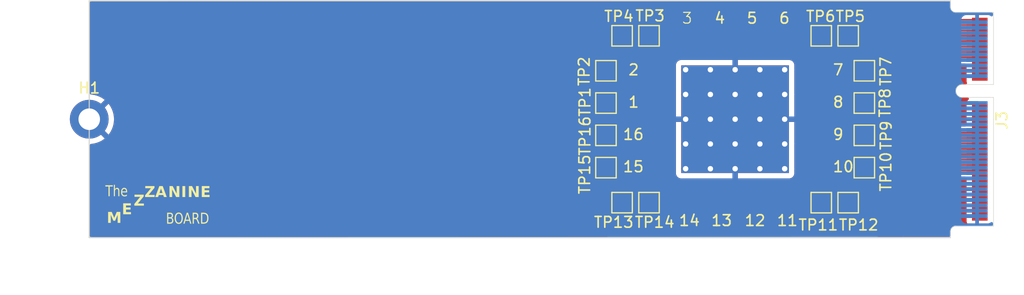
<source format=kicad_pcb>
(kicad_pcb (version 20221018) (generator pcbnew)
  (layers (0 "F.Cu" signal) (31 "B.Cu" signal) (34 "B.Paste" user) (35 "F.Paste" user) (36 "B.SilkS" user "B.Silkscreen") (37 "F.SilkS" user "F.Silkscreen") (38 "B.Mask" user) (39 "F.Mask" user) (44 "Edge.Cuts" user))
  (net 0 "")
  (net 1 "GND")
  (net 2 "/P16")
  (net 3 "/P15")
  (net 4 "/P14")
  (net 5 "/P13")
  (net 6 "/P12")
  (net 7 "/P11")
  (net 8 "/P10")
  (net 9 "/P9")
  (net 10 "/P8")
  (net 11 "/P7")
  (net 12 "/P6")
  (net 13 "/P5")
  (net 14 "/P4")
  (net 15 "/P3")
  (net 16 "/P2")
  (net 17 "/P1")
  (footprint "TestPoint:TestPoint_Pad_1.5x1.5mm" (layer "F.Cu") (at 69.5 23.25)
    (fp_text reference "TP4" (at -0.3 -1.8) (layer "F.SilkS"))
    (fp_text value "TestPoint")
    (fp_line (start -0.95 -0.95) (end 0.95 -0.95) (stroke (width 0.12)) (layer "F.SilkS"))
    (fp_line (start -0.95 0.95) (end -0.95 -0.95) (stroke (width 0.12)) (layer "F.SilkS"))
    (fp_line (start 0.95 -0.95) (end 0.95 0.95) (stroke (width 0.12)) (layer "F.SilkS"))
    (fp_line (start 0.95 0.95) (end -0.95 0.95) (stroke (width 0.12)) (layer "F.SilkS"))
    (pad "1" smd rect (at 0 0) (size 1.5 1.5) (layers "F.Cu" "F.Mask") (net 14 "/P4"))
  )
  (footprint "TestPoint:TestPoint_Pad_1.5x1.5mm" (layer "F.Cu") (at 72 23.25 180)
    (fp_text reference "TP3" (at -0.1 1.85 180) (layer "F.SilkS"))
    (fp_text value "TestPoint")
    (fp_line (start -0.95 -0.95) (end 0.95 -0.95) (stroke (width 0.12)) (layer "F.SilkS"))
    (fp_line (start -0.95 0.95) (end -0.95 -0.95) (stroke (width 0.12)) (layer "F.SilkS"))
    (fp_line (start 0.95 -0.95) (end 0.95 0.95) (stroke (width 0.12)) (layer "F.SilkS"))
    (fp_line (start 0.95 0.95) (end -0.95 0.95) (stroke (width 0.12)) (layer "F.SilkS"))
    (pad "1" smd rect (at 0 0 180) (size 1.5 1.5) (layers "F.Cu" "F.Mask") (net 15 "/P3"))
  )
  (footprint "TestPoint:TestPoint_Pad_1.5x1.5mm" (layer "F.Cu") (at 88 38.75)
    (fp_text reference "TP11" (at -0.275 2.075) (layer "F.SilkS"))
    (fp_text value "TestPoint")
    (fp_line (start -0.95 -0.95) (end 0.95 -0.95) (stroke (width 0.12)) (layer "F.SilkS"))
    (fp_line (start -0.95 0.95) (end -0.95 -0.95) (stroke (width 0.12)) (layer "F.SilkS"))
    (fp_line (start 0.95 -0.95) (end 0.95 0.95) (stroke (width 0.12)) (layer "F.SilkS"))
    (fp_line (start 0.95 0.95) (end -0.95 0.95) (stroke (width 0.12)) (layer "F.SilkS"))
    (pad "1" smd rect (at 0 0) (size 1.5 1.5) (layers "F.Cu" "F.Mask") (net 7 "/P11"))
  )
  (footprint "TestPoint:TestPoint_Pad_1.5x1.5mm" (layer "F.Cu") (at 68 32.5)
    (fp_text reference "TP16" (at -1.95 0.05 90) (layer "F.SilkS"))
    (fp_text value "TestPoint")
    (fp_line (start -0.95 -0.95) (end 0.95 -0.95) (stroke (width 0.12)) (layer "F.SilkS"))
    (fp_line (start -0.95 0.95) (end -0.95 -0.95) (stroke (width 0.12)) (layer "F.SilkS"))
    (fp_line (start 0.95 -0.95) (end 0.95 0.95) (stroke (width 0.12)) (layer "F.SilkS"))
    (fp_line (start 0.95 0.95) (end -0.95 0.95) (stroke (width 0.12)) (layer "F.SilkS"))
    (pad "1" smd rect (at 0 0) (size 1.5 1.5) (layers "F.Cu" "F.Mask") (net 2 "/P16"))
  )
  (footprint "TestPoint:TestPoint_Pad_1.5x1.5mm" (layer "F.Cu") (at 92 35.5)
    (fp_text reference "TP10" (at 2 0.375 90) (layer "F.SilkS"))
    (fp_text value "TestPoint")
    (fp_line (start -0.95 -0.95) (end 0.95 -0.95) (stroke (width 0.12)) (layer "F.SilkS"))
    (fp_line (start -0.95 0.95) (end -0.95 -0.95) (stroke (width 0.12)) (layer "F.SilkS"))
    (fp_line (start 0.95 -0.95) (end 0.95 0.95) (stroke (width 0.12)) (layer "F.SilkS"))
    (fp_line (start 0.95 0.95) (end -0.95 0.95) (stroke (width 0.12)) (layer "F.SilkS"))
    (pad "1" smd rect (at 0 0) (size 1.5 1.5) (layers "F.Cu" "F.Mask") (net 8 "/P10"))
  )
  (footprint "TestPoint:TestPoint_Pad_1.5x1.5mm" (layer "F.Cu") (at 72 38.75)
    (fp_text reference "TP14" (at 0.525 1.825) (layer "F.SilkS"))
    (fp_text value "TestPoint")
    (fp_line (start -0.95 -0.95) (end 0.95 -0.95) (stroke (width 0.12)) (layer "F.SilkS"))
    (fp_line (start -0.95 0.95) (end -0.95 -0.95) (stroke (width 0.12)) (layer "F.SilkS"))
    (fp_line (start 0.95 -0.95) (end 0.95 0.95) (stroke (width 0.12)) (layer "F.SilkS"))
    (fp_line (start 0.95 0.95) (end -0.95 0.95) (stroke (width 0.12)) (layer "F.SilkS"))
    (pad "1" smd rect (at 0 0) (size 1.5 1.5) (layers "F.Cu" "F.Mask") (net 4 "/P14"))
  )
  (footprint "Custom_Footprints:new_sillicon_die_footprint" (layer "F.Cu") (at 80 31)
    (fp_text reference "J1" hide)
    (fp_text value "Silicon-Die")
    (fp_text user "4" (at -2 -8.8 unlocked) (layer "F.SilkS") (effects (justify left bottom)))
    (fp_text user "10" (at 9 5 unlocked) (layer "F.SilkS") (effects (justify left bottom)))
    (fp_text user "13" (at -2.3 10 unlocked) (layer "F.SilkS") (effects (justify left bottom)))
    (fp_text user "2" (at -10 -4 unlocked) (layer "F.SilkS") (effects (justify left bottom)))
    (fp_text user "9" (at 9 2 unlocked) (layer "F.SilkS") (effects (justify left bottom)))
    (fp_text user "15" (at -10.5 5 unlocked) (layer "F.SilkS") (effects (justify left bottom)))
    (fp_text user "11" (at 3.8 10 unlocked) (layer "F.SilkS") (effects (justify left bottom)))
    (fp_text user "3" (at -5 -8.8 unlocked) (layer "F.SilkS") (effects (font (thickness 0.1)) (justify left bottom)))
    (fp_text user "14" (at -5.3 10 unlocked) (layer "F.SilkS") (effects (justify left bottom)))
    (fp_text user "6" (at 4 -8.8 unlocked) (layer "F.SilkS") (effects (justify left bottom)))
    (fp_text user "1" (at -10 -1 unlocked) (layer "F.SilkS") (effects (font (thickness 0.15) bold) (justify left bottom)))
    (fp_text user "12" (at 0.8 10 unlocked) (layer "F.SilkS") (effects (justify left bottom)))
    (fp_text user "7" (at 9 -4 unlocked) (layer "F.SilkS") (effects (justify left bottom)))
    (fp_text user "8" (at 9 -1 unlocked) (layer "F.SilkS") (effects (justify left bottom)))
    (fp_text user "5" (at 1 -8.8 unlocked) (layer "F.SilkS") (effects (justify left bottom)))
    (fp_text user "16" (at -10.5 2 unlocked) (layer "F.SilkS") (effects (justify left bottom)))
    (pad "1" smd rect (at -7.75 -1.5) (size 1.5 1) (layers "F.Cu" "F.Mask") (net 17 "/P1"))
    (pad "2" smd rect (at -7.75 -4.5) (size 1.5 1) (layers "F.Cu" "F.Mask") (net 16 "/P2"))
    (pad "3" smd rect (at -4.5 -7.75) (size 1 1.5) (layers "F.Cu" "F.Mask") (net 15 "/P3"))
    (pad "4" smd rect (at -1.5 -7.75) (size 1 1.5) (layers "F.Cu" "F.Mask") (net 14 "/P4"))
    (pad "5" smd rect (at 1.5 -7.75) (size 1 1.5) (layers "F.Cu" "F.Mask") (net 13 "/P5"))
    (pad "6" smd rect (at 4.5 -7.75) (size 1 1.5) (layers "F.Cu" "F.Mask") (net 12 "/P6"))
    (pad "7" smd rect (at 7.75 -4.5) (size 1.5 1) (layers "F.Cu" "F.Mask") (net 11 "/P7"))
    (pad "8" smd rect (at 7.75 -1.5) (size 1.5 1) (layers "F.Cu" "F.Mask") (net 10 "/P8"))
    (pad "9" smd rect (at 7.75 1.5) (size 1.5 1) (layers "F.Cu" "F.Mask") (net 9 "/P9"))
    (pad "10" smd rect (at 7.75 4.5) (size 1.5 1) (layers "F.Cu" "F.Mask") (net 8 "/P10"))
    (pad "11" smd rect (at 4.5 7.75) (size 1 1.5) (layers "F.Cu" "F.Mask") (net 7 "/P11"))
    (pad "12" smd rect (at 1.5 7.75) (size 1 1.5) (layers "F.Cu" "F.Mask") (net 6 "/P12"))
    (pad "13" smd rect (at -1.5 7.75) (size 1 1.5) (layers "F.Cu" "F.Mask") (net 5 "/P13"))
    (pad "14" smd rect (at -4.5 7.75) (size 1 1.5) (layers "F.Cu" "F.Mask") (net 4 "/P14"))
    (pad "15" smd rect (at -7.75 4.5) (size 1.5 1) (layers "F.Cu" "F.Mask") (net 3 "/P15"))
    (pad "16" smd rect (at -7.75 1.5) (size 1.5 1) (layers "F.Cu" "F.Mask") (net 2 "/P16"))
    (pad "17" thru_hole circle (at -4.6 -4.6) (size 0.8 0.8) (drill 0.5) (layers "*.Cu") (net 1 "GND"))
    (pad "17" thru_hole circle (at -4.6 -2.3) (size 0.8 0.8) (drill 0.5) (layers "*.Cu") (net 1 "GND"))
    (pad "17" thru_hole circle (at -4.6 0) (size 0.8 0.8) (drill 0.5) (layers "*.Cu") (net 1 "GND"))
    (pad "17" thru_hole circle (at -4.6 2.3) (size 0.8 0.8) (drill 0.5) (layers "*.Cu") (net 1 "GND"))
    (pad "17" thru_hole circle (at -4.6 4.6) (size 0.8 0.8) (drill 0.5) (layers "*.Cu") (net 1 "GND"))
    (pad "17" thru_hole circle (at -2.3 -4.6) (size 0.8 0.8) (drill 0.5) (layers "*.Cu") (net 1 "GND"))
    (pad "17" thru_hole circle (at -2.3 -2.3) (size 0.8 0.8) (drill 0.5) (layers "*.Cu") (net 1 "GND"))
    (pad "17" thru_hole circle (at -2.3 0) (size 0.8 0.8) (drill 0.5) (layers "*.Cu") (net 1 "GND"))
    (pad "17" thru_hole circle (at -2.3 2.3) (size 0.8 0.8) (drill 0.5) (layers "*.Cu") (net 1 "GND"))
    (pad "17" thru_hole circle (at -2.3 4.6) (size 0.8 0.8) (drill 0.5) (layers "*.Cu") (net 1 "GND"))
    (pad "17" thru_hole circle (at 0 -4.6) (size 0.8 0.8) (drill 0.5) (layers "*.Cu") (net 1 "GND"))
    (pad "17" thru_hole circle (at 0 -2.3) (size 0.8 0.8) (drill 0.5) (layers "*.Cu") (net 1 "GND"))
    (pad "17" thru_hole circle (at 0 0) (size 0.8 0.8) (drill 0.5) (layers "*.Cu") (net 1 "GND"))
    (pad "17" smd rect (at 0 0) (size 10 10) (layers "F.Cu" "B.Mask") (net 1 "GND"))
    (pad "17" smd rect (at 0 0) (size 10 10) (layers "F.Cu" "F.Mask") (net 1 "GND"))
    (pad "17" smd rect (at 0 0) (size 10 10) (layers "B.Cu") (net 1 "GND"))
    (pad "17" thru_hole circle (at 0 2.3) (size 0.8 0.8) (drill 0.5) (layers "*.Cu") (net 1 "GND"))
    (pad "17" thru_hole circle (at 0 4.6) (size 0.8 0.8) (drill 0.5) (layers "*.Cu") (net 1 "GND"))
    (pad "17" thru_hole circle (at 2.3 -4.6) (size 0.8 0.8) (drill 0.5) (layers "*.Cu") (net 1 "GND"))
    (pad "17" thru_hole circle (at 2.3 -2.3) (size 0.8 0.8) (drill 0.5) (layers "*.Cu") (net 1 "GND"))
    (pad "17" thru_hole circle (at 2.3 0) (size 0.8 0.8) (drill 0.5) (layers "*.Cu") (net 1 "GND"))
    (pad "17" thru_hole circle (at 2.3 2.3) (size 0.8 0.8) (drill 0.5) (layers "*.Cu") (net 1 "GND"))
    (pad "17" thru_hole circle (at 2.3 4.6) (size 0.8 0.8) (drill 0.5) (layers "*.Cu") (net 1 "GND"))
    (pad "17" thru_hole circle (at 4.6 -4.6) (size 0.8 0.8) (drill 0.5) (layers "*.Cu") (net 1 "GND"))
    (pad "17" thru_hole circle (at 4.6 -2.3) (size 0.8 0.8) (drill 0.5) (layers "*.Cu") (net 1 "GND"))
    (pad "17" thru_hole circle (at 4.6 0) (size 0.8 0.8) (drill 0.5) (layers "*.Cu") (net 1 "GND"))
    (pad "17" thru_hole circle (at 4.6 2.3) (size 0.8 0.8) (drill 0.5) (layers "*.Cu") (net 1 "GND"))
    (pad "17" thru_hole circle (at 4.6 4.6) (size 0.8 0.8) (drill 0.5) (layers "*.Cu") (net 1 "GND"))
  )
  (footprint "TestPoint:TestPoint_Pad_1.5x1.5mm" (layer "F.Cu") (at 68 35.5 90)
    (fp_text reference "TP15" (at -0.625 -1.975 90) (layer "F.SilkS"))
    (fp_text value "TestPoint")
    (fp_line (start -0.95 -0.95) (end 0.95 -0.95) (stroke (width 0.12)) (layer "F.SilkS"))
    (fp_line (start -0.95 0.95) (end -0.95 -0.95) (stroke (width 0.12)) (layer "F.SilkS"))
    (fp_line (start 0.95 -0.95) (end 0.95 0.95) (stroke (width 0.12)) (layer "F.SilkS"))
    (fp_line (start 0.95 0.95) (end -0.95 0.95) (stroke (width 0.12)) (layer "F.SilkS"))
    (pad "1" smd rect (at 0 0 90) (size 1.5 1.5) (layers "F.Cu" "F.Mask") (net 3 "/P15"))
  )
  (footprint "TestPoint:TestPoint_Pad_1.5x1.5mm" (layer "F.Cu") (at 92 26.5 -90)
    (fp_text reference "TP7" (at 0.05 -2 90) (layer "F.SilkS"))
    (fp_text value "TestPoint")
    (fp_line (start -0.95 -0.95) (end 0.95 -0.95) (stroke (width 0.12)) (layer "F.SilkS"))
    (fp_line (start -0.95 0.95) (end -0.95 -0.95) (stroke (width 0.12)) (layer "F.SilkS"))
    (fp_line (start 0.95 -0.95) (end 0.95 0.95) (stroke (width 0.12)) (layer "F.SilkS"))
    (fp_line (start 0.95 0.95) (end -0.95 0.95) (stroke (width 0.12)) (layer "F.SilkS"))
    (pad "1" smd rect (at 0 0 270) (size 1.5 1.5) (layers "F.Cu" "F.Mask") (net 11 "/P7"))
  )
  (footprint "TestPoint:TestPoint_Pad_1.5x1.5mm" (layer "F.Cu") (at 69.5 38.75)
    (fp_text reference "TP13" (at -0.775 1.825) (layer "F.SilkS"))
    (fp_text value "TestPoint")
    (fp_line (start -0.95 -0.95) (end 0.95 -0.95) (stroke (width 0.12)) (layer "F.SilkS"))
    (fp_line (start -0.95 0.95) (end -0.95 -0.95) (stroke (width 0.12)) (layer "F.SilkS"))
    (fp_line (start 0.95 -0.95) (end 0.95 0.95) (stroke (width 0.12)) (layer "F.SilkS"))
    (fp_line (start 0.95 0.95) (end -0.95 0.95) (stroke (width 0.12)) (layer "F.SilkS"))
    (pad "1" smd rect (at 0 0) (size 1.5 1.5) (layers "F.Cu" "F.Mask") (net 5 "/P13"))
  )
  (footprint "TestPoint:TestPoint_Pad_1.5x1.5mm" (layer "F.Cu") (at 90.5 23.25 180)
    (fp_text reference "TP5" (at -0.2 1.8 180) (layer "F.SilkS"))
    (fp_text value "TestPoint")
    (fp_line (start -0.95 -0.95) (end 0.95 -0.95) (stroke (width 0.12)) (layer "F.SilkS"))
    (fp_line (start -0.95 0.95) (end -0.95 -0.95) (stroke (width 0.12)) (layer "F.SilkS"))
    (fp_line (start 0.95 -0.95) (end 0.95 0.95) (stroke (width 0.12)) (layer "F.SilkS"))
    (fp_line (start 0.95 0.95) (end -0.95 0.95) (stroke (width 0.12)) (layer "F.SilkS"))
    (pad "1" smd rect (at 0 0 180) (size 1.5 1.5) (layers "F.Cu" "F.Mask") (net 13 "/P5"))
  )
  (footprint "TestPoint:TestPoint_Pad_1.5x1.5mm" (layer "F.Cu") (at 68 26.5)
    (fp_text reference "TP2" (at -2.025 0.05 90) (layer "F.SilkS"))
    (fp_text value "TestPoint")
    (fp_line (start -0.95 -0.95) (end 0.95 -0.95) (stroke (width 0.12)) (layer "F.SilkS"))
    (fp_line (start -0.95 0.95) (end -0.95 -0.95) (stroke (width 0.12)) (layer "F.SilkS"))
    (fp_line (start 0.95 -0.95) (end 0.95 0.95) (stroke (width 0.12)) (layer "F.SilkS"))
    (fp_line (start 0.95 0.95) (end -0.95 0.95) (stroke (width 0.12)) (layer "F.SilkS"))
    (pad "1" smd rect (at 0 0) (size 1.5 1.5) (layers "F.Cu" "F.Mask") (net 16 "/P2"))
  )
  (footprint "TestPoint:TestPoint_Pad_1.5x1.5mm" (layer "F.Cu") (at 68 29.5 90)
    (fp_text reference "TP1" (at 0.1 -1.95 90) (layer "F.SilkS"))
    (fp_text value "TestPoint")
    (fp_line (start -0.95 -0.95) (end 0.95 -0.95) (stroke (width 0.12)) (layer "F.SilkS"))
    (fp_line (start -0.95 0.95) (end -0.95 -0.95) (stroke (width 0.12)) (layer "F.SilkS"))
    (fp_line (start 0.95 -0.95) (end 0.95 0.95) (stroke (width 0.12)) (layer "F.SilkS"))
    (fp_line (start 0.95 0.95) (end -0.95 0.95) (stroke (width 0.12)) (layer "F.SilkS"))
    (pad "1" smd rect (at 0 0 90) (size 1.5 1.5) (layers "F.Cu" "F.Mask") (net 17 "/P1"))
  )
  (footprint "TestPoint:TestPoint_Pad_1.5x1.5mm" (layer "F.Cu") (at 90.5 38.75)
    (fp_text reference "TP12" (at 0.975 2.075) (layer "F.SilkS"))
    (fp_text value "TestPoint")
    (fp_line (start -0.95 -0.95) (end 0.95 -0.95) (stroke (width 0.12)) (layer "F.SilkS"))
    (fp_line (start -0.95 0.95) (end -0.95 -0.95) (stroke (width 0.12)) (layer "F.SilkS"))
    (fp_line (start 0.95 -0.95) (end 0.95 0.95) (stroke (width 0.12)) (layer "F.SilkS"))
    (fp_line (start 0.95 0.95) (end -0.95 0.95) (stroke (width 0.12)) (layer "F.SilkS"))
    (pad "1" smd rect (at 0 0) (size 1.5 1.5) (layers "F.Cu" "F.Mask") (net 6 "/P12"))
  )
  (footprint "TestPoint:TestPoint_Pad_1.5x1.5mm" (layer "F.Cu") (at 88 23.25)
    (fp_text reference "TP6" (at -0.05 -1.8) (layer "F.SilkS"))
    (fp_text value "TestPoint")
    (fp_line (start -0.95 -0.95) (end 0.95 -0.95) (stroke (width 0.12)) (layer "F.SilkS"))
    (fp_line (start -0.95 0.95) (end -0.95 -0.95) (stroke (width 0.12)) (layer "F.SilkS"))
    (fp_line (start 0.95 -0.95) (end 0.95 0.95) (stroke (width 0.12)) (layer "F.SilkS"))
    (fp_line (start 0.95 0.95) (end -0.95 0.95) (stroke (width 0.12)) (layer "F.SilkS"))
    (pad "1" smd rect (at 0 0) (size 1.5 1.5) (layers "F.Cu" "F.Mask") (net 12 "/P6"))
  )
  (footprint "TestPoint:TestPoint_Pad_1.5x1.5mm" (layer "F.Cu") (at 92 29.5)
    (fp_text reference "TP8" (at 1.925 -0.025 90) (layer "F.SilkS"))
    (fp_text value "TestPoint")
    (fp_line (start -0.95 -0.95) (end 0.95 -0.95) (stroke (width 0.12)) (layer "F.SilkS"))
    (fp_line (start -0.95 0.95) (end -0.95 -0.95) (stroke (width 0.12)) (layer "F.SilkS"))
    (fp_line (start 0.95 -0.95) (end 0.95 0.95) (stroke (width 0.12)) (layer "F.SilkS"))
    (fp_line (start 0.95 0.95) (end -0.95 0.95) (stroke (width 0.12)) (layer "F.SilkS"))
    (pad "1" smd rect (at 0 0) (size 1.5 1.5) (layers "F.Cu" "F.Mask") (net 10 "/P8"))
  )
  (footprint "TestPoint:TestPoint_Pad_1.5x1.5mm" (layer "F.Cu") (at 92 32.5 -90)
    (fp_text reference "TP9" (at 0 -2.025 -90) (layer "F.SilkS"))
    (fp_text value "TestPoint")
    (fp_line (start -0.95 -0.95) (end 0.95 -0.95) (stroke (width 0.12)) (layer "F.SilkS"))
    (fp_line (start -0.95 0.95) (end -0.95 -0.95) (stroke (width 0.12)) (layer "F.SilkS"))
    (fp_line (start 0.95 -0.95) (end 0.95 0.95) (stroke (width 0.12)) (layer "F.SilkS"))
    (fp_line (start 0.95 0.95) (end -0.95 0.95) (stroke (width 0.12)) (layer "F.SilkS"))
    (pad "1" smd rect (at 0 0 270) (size 1.5 1.5) (layers "F.Cu" "F.Mask") (net 9 "/P9"))
  )
  (footprint "Custom_Footprints:E-Key_Edge" (layer "F.Cu") (at 104 31 90)
    (fp_text reference "J3" (at -0.1 0.775 90) (layer "F.SilkS"))
    (fp_text value "E-Edge")
    (fp_line (start -11 -4) (end -10.425 -4) (stroke (width 0.05)) (layer "Edge.Cuts"))
    (fp_line (start -9.925 -3.5) (end -9.925 0) (stroke (width 0.05)) (layer "Edge.Cuts"))
    (fp_line (start -9.925 0) (end 0 0) (stroke (width 0.05)) (layer "Edge.Cuts"))
    (fp_line (start 0 0) (end 2.025 0) (stroke (width 0.05)) (layer "Edge.Cuts"))
    (fp_line (start 2.025 0) (end 2.025 -2.9) (stroke (width 0.05)) (layer "Edge.Cuts"))
    (fp_line (start 3.225 -2.9) (end 3.225 0) (stroke (width 0.05)) (layer "Edge.Cuts"))
    (fp_line (start 3.225 0) (end 9.925 0) (stroke (width 0.05)) (layer "Edge.Cuts"))
    (fp_line (start 9.925 0) (end 9.925 -3.5) (stroke (width 0.05)) (layer "Edge.Cuts"))
    (fp_line (start 10.425 -4) (end 11 -4) (stroke (width 0.05)) (layer "Edge.Cuts"))
    (fp_arc (start -10.425 -4) (mid -10.071447 -3.853553) (end -9.925 -3.5) (stroke (width 0.05)) (layer "Edge.Cuts"))
    (fp_arc (start 2.025 -2.9) (mid 2.625 -3.5) (end 3.225 -2.9) (stroke (width 0.05)) (layer "Edge.Cuts"))
    (fp_arc (start 9.925 -3.5) (mid 10.071447 -3.853553) (end 10.425 -4) (stroke (width 0.05)) (layer "Edge.Cuts"))
    (pad "1" smd rect (at 9.25 -1.275 90) (size 0.35 1.45) (layers "F.Cu") (net 17 "/P1"))
    (pad "2" smd rect (at 9 -1.525 90) (size 0.35 1.95) (layers "B.Cu") (net 1 "GND"))
    (pad "3" smd rect (at 8.75 -1.275 90) (size 0.35 1.45) (layers "F.Cu") (net 16 "/P2"))
    (pad "4" smd rect (at 8.5 -1.525 90) (size 0.35 1.95) (layers "B.Cu") (net 1 "GND"))
    (pad "5" smd rect (at 8.25 -1.275 90) (size 0.35 1.45) (layers "F.Cu") (net 15 "/P3"))
    (pad "6" smd rect (at 8 -1.525 90) (size 0.35 1.95) (layers "B.Cu") (net 1 "GND"))
    (pad "7" smd rect (at 7.75 -1.275 90) (size 0.35 1.45) (layers "F.Cu") (net 14 "/P4"))
    (pad "8" smd rect (at 7.5 -1.525 90) (size 0.35 1.95) (layers "B.Cu") (net 1 "GND"))
    (pad "9" smd rect (at 7.25 -1.275 90) (size 0.35 1.45) (layers "F.Cu") (net 13 "/P5"))
    (pad "10" smd rect (at 7 -1.525 90) (size 0.35 1.95) (layers "B.Cu") (net 1 "GND"))
    (pad "11" smd rect (at 6.75 -1.275 90) (size 0.35 1.45) (layers "F.Cu") (net 12 "/P6"))
    (pad "12" smd rect (at 6.5 -1.525 90) (size 0.35 1.95) (layers "B.Cu") (net 1 "GND"))
    (pad "13" smd rect (at 6.25 -1.275 90) (size 0.35 1.45) (layers "F.Cu") (net 11 "/P7"))
    (pad "14" smd rect (at 6 -1.525 90) (size 0.35 1.95) (layers "B.Cu") (net 1 "GND"))
    (pad "15" smd rect (at 5.75 -1.275 90) (size 0.35 1.45) (layers "F.Cu") (net 10 "/P8"))
    (pad "16" smd rect (at 5.5 -1.525 90) (size 0.35 1.95) (layers "B.Cu") (net 1 "GND"))
    (pad "17" smd rect (at 5.25 -1.275 90) (size 0.35 1.45) (layers "F.Cu"))
    (pad "18" smd rect (at 5 -1.525 90) (size 0.35 1.95) (layers "B.Cu") (net 1 "GND"))
    (pad "19" smd rect (at 4.75 -1.275 90) (size 0.35 1.45) (layers "F.Cu"))
    (pad "20" smd rect (at 4.5 -1.525 90) (size 0.35 1.95) (layers "B.Cu") (net 1 "GND"))
    (pad "21" smd rect (at 4.25 -1.275 90) (size 0.35 1.45) (layers "F.Cu"))
    (pad "22" smd rect (at 4 -1.525 90) (size 0.35 1.95) (layers "B.Cu") (net 1 "GND"))
    (pad "23" smd rect (at 3.75 -1.275 90) (size 0.35 1.45) (layers "F.Cu"))
    (pad "32" smd rect (at 1.5 -1.525 90) (size 0.35 1.95) (layers "B.Cu") (net 1 "GND"))
    (pad "33" smd rect (at 1.25 -1.275 90) (size 0.35 1.45) (layers "F.Cu"))
    (pad "34" smd rect (at 1 -1.525 90) (size 0.35 1.95) (layers "B.Cu") (net 1 "GND"))
    (pad "35" smd rect (at 0.75 -1.275 90) (size 0.35 1.45) (layers "F.Cu"))
    (pad "36" smd rect (at 0.5 -1.525 90) (size 0.35 1.95) (layers "B.Cu") (net 1 "GND"))
    (pad "37" smd rect (at 0.25 -1.275 90) (size 0.35 1.45) (layers "F.Cu"))
    (pad "38" smd rect (at 0 -1.525 90) (size 0.35 1.95) (layers "B.Cu") (net 1 "GND"))
    (pad "39" smd rect (at -0.25 -1.275 90) (size 0.35 1.45) (layers "F.Cu"))
    (pad "40" smd rect (at -0.5 -1.525 90) (size 0.35 1.95) (layers "B.Cu") (net 1 "GND"))
    (pad "41" smd rect (at -0.75 -1.275 90) (size 0.35 1.45) (layers "F.Cu"))
    (pad "42" smd rect (at -1 -1.525 90) (size 0.35 1.95) (layers "B.Cu") (net 1 "GND"))
    (pad "43" smd rect (at -1.25 -1.275 90) (size 0.35 1.45) (layers "F.Cu") (net 9 "/P9"))
    (pad "44" smd rect (at -1.5 -1.525 90) (size 0.35 1.95) (layers "B.Cu") (net 1 "GND"))
    (pad "45" smd rect (at -1.75 -1.275 90) (size 0.35 1.45) (layers "F.Cu") (net 8 "/P10"))
    (pad "46" smd rect (at -2 -1.525 90) (size 0.35 1.95) (layers "B.Cu") (net 1 "GND"))
    (pad "47" smd rect (at -2.25 -1.275 90) (size 0.35 1.45) (layers "F.Cu") (net 7 "/P11"))
    (pad "48" smd rect (at -2.5 -1.525 90) (size 0.35 1.95) (layers "B.Cu") (net 1 "GND"))
    (pad "49" smd rect (at -2.75 -1.275 90) (size 0.35 1.45) (layers "F.Cu") (net 6 "/P12"))
    (pad "50" smd rect (at -3 -1.525 90) (size 0.35 1.95) (layers "B.Cu") (net 1 "GND"))
    (pad "51" smd rect (at -3.25 -1.275 90) (size 0.35 1.45) (layers "F.Cu") (net 5 "/P13"))
    (pad "52" smd rect (at -3.5 -1.525 90) (size 0.35 1.95) (layers "B.Cu") (net 1 "GND"))
    (pad "53" smd rect (at -3.75 -1.275 90) (size 0.35 1.45) (layers "F.Cu") (net 4 "/P14"))
    (pad "54" smd rect (at -4 -1.525 90) (size 0.35 1.95) (layers "B.Cu") (net 1 "GND"))
    (pad "55" smd rect (at -4.25 -1.275 90) (size 0.35 1.45) (layers "F.Cu") (net 3 "/P15"))
    (pad "56" smd rect (at -4.5 -1.525 90) (size 0.35 1.95) (layers "B.Cu") (net 1 "GND"))
    (pad "57" smd rect (at -4.75 -1.275 90) (size 0.35 1.45) (layers "F.Cu") (net 2 "/P16"))
    (pad "58" smd rect (at -5 -1.525 90) (size 0.35 1.95) (layers "B.Cu") (net 1 "GND"))
    (pad "59" smd rect (at -5.25 -1.275 90) (size 0.35 1.45) (layers "F.Cu"))
    (pad "60" smd rect (at -5.5 -1.525 90) (size 0.35 1.95) (layers "B.Cu") (net 1 "GND"))
    (pad "61" smd rect (at -5.75 -1.275 90) (size 0.35 1.45) (layers "F.Cu"))
    (pad "62" smd rect (at -6 -1.525 90) (size 0.35 1.95) (layers "B.Cu") (net 1 "GND"))
    (pad "63" smd rect (at -6.25 -1.275 90) (size 0.35 1.45) (layers "F.Cu"))
    (pad "64" smd rect (at -6.5 -1.525 90) (size 0.35 1.95) (layers "B.Cu") (net 1 "GND"))
    (pad "65" smd rect (at -6.75 -1.275 90) (size 0.35 1.45) (layers "F.Cu"))
    (pad "66" smd rect (at -7 -1.525 90) (size 0.35 1.95) (layers "B.Cu") (net 1 "GND"))
    (pad "67" smd rect (at -7.25 -1.275 90) (size 0.35 1.45) (layers "F.Cu"))
    (pad "68" smd rect (at -7.5 -1.525 90) (size 0.35 1.95) (layers "B.Cu") (net 1 "GND"))
    (pad "69" smd rect (at -7.75 -1.275 90) (size 0.35 1.45) (layers "F.Cu"))
    (pad "70" smd rect (at -8 -1.525 90) (size 0.35 1.95) (layers "B.Cu") (net 1 "GND"))
    (pad "71" smd rect (at -8.25 -1.275 90) (size 0.35 1.45) (layers "F.Cu"))
    (pad "72" smd rect (at -8.5 -1.525 90) (size 0.35 1.95) (layers "B.Cu") (net 1 "GND"))
    (pad "73" smd rect (at -8.75 -1.275 90) (size 0.35 1.45) (layers "F.Cu"))
    (pad "74" smd rect (at -9 -1.525 90) (size 0.35 1.95) (layers "B.Cu") (net 1 "GND"))
    (pad "75" smd rect (at -9.25 -1.275 90) (size 0.35 1.45) (layers "F.Cu"))
  )
  (footprint "Custom_Footprints:MH_2mm" (layer "F.Cu") (at 20 31)
    (fp_text reference "H1" (at 0 -2.9) (layer "F.SilkS"))
    (fp_text value "MountingHole_Pad")
    (pad "1" thru_hole circle (at 0 0) (size 3.6 3.6) (drill 2) (layers "*.Cu" "*.Mask") (net 1 "GND"))
  )
  (gr_line (start 100 42) (end 20 42) (stroke (width 0.1)) (layer "Edge.Cuts"))
  (gr_line (start 100 20) (end 20 20) (stroke (width 0.1)) (layer "Edge.Cuts"))
  (gr_line (start 20 20) (end 20 42) (stroke (width 0.1)) (layer "Edge.Cuts"))
  (gr_text "I" (at 28.525 38.4) (layer "F.SilkS") (effects (font (size 1 1) (thickness 0.15) bold) (justify left bottom)))
  (gr_text "A" (at 26.125 38.4) (layer "F.SilkS") (effects (font (size 1 1) (thickness 0.15) bold) (justify left bottom)))
  (gr_text "Z" (at 25.125 38.4) (layer "F.SilkS") (effects (font (size 1 1) (thickness 0.15) bold) (justify left bottom)))
  (gr_text "E" (at 30.325 38.4) (layer "F.SilkS") (effects (font (size 1 1) (thickness 0.15) bold) (justify left bottom)))
  (gr_text "N" (at 27.325 38.4) (layer "F.SilkS") (effects (font (size 1 1) (thickness 0.15) bold) (justify left bottom)))
  (gr_text "M" (at 21.625 40.8) (layer "F.SilkS") (effects (font (size 1 1) (thickness 0.15) bold) (justify left bottom)))
  (gr_text "The" (at 21.5 38.325) (layer "F.SilkS") (effects (font (size 1 0.8) (thickness 0.125) italic) (justify left bottom)))
  (gr_text "N" (at 29.125 38.4) (layer "F.SilkS") (effects (font (size 1 1) (thickness 0.15) bold) (justify left bottom)))
  (gr_text "E" (at 23.025 40) (layer "F.SilkS") (effects (font (size 1 1) (thickness 0.15) bold) (justify left bottom)))
  (gr_text "BOARD" (at 27.125 40.875) (layer "F.SilkS") (effects (font (size 1 0.8) (thickness 0.125) italic) (justify left bottom)))
  (gr_text "Z" (at 24.125 39.2) (layer "F.SilkS") (effects (font (size 1 1) (thickness 0.15) bold) (justify left bottom)))
  (segment (start 66.9325 33.5275) (end 66.9325 36.5175) (width 0.127) (layer "F.Cu") (net 2))
  (segment (start 68 32.46) (end 66.9325 33.5275) (width 0.127) (layer "F.Cu") (net 2))
  (segment (start 66.9825 39.7325) (end 68.5915 41.3415) (width 0.127) (layer "F.Cu") (net 2))
  (segment (start 72.25 32.5) (end 72.21 32.46) (width 0.127) (layer "F.Cu") (net 2))
  (segment (start 66.9825 36.5675) (end 66.9825 39.7325) (width 0.127) (layer "F.Cu") (net 2))
  (segment (start 66.9325 36.5175) (end 66.9825 36.5675) (width 0.127) (layer "F.Cu") (net 2))
  (segment (start 68.5915 41.3415) (end 92.7585 41.3415) (width 0.127) (layer "F.Cu") (net 2))
  (segment (start 92.7585 41.3415) (end 98.35 35.75) (width 0.127) (layer "F.Cu") (net 2))
  (segment (start 72.21 32.46) (end 68 32.46) (width 0.127) (layer "F.Cu") (net 2))
  (segment (start 98.35 35.75) (end 102.725 35.75) (width 0.127) (layer "F.Cu") (net 2))
  (segment (start 97.9 35.25) (end 102.725 35.25) (width 0.127) (layer "F.Cu") (net 3))
  (segment (start 69.1605 40.9605) (end 92.1895 40.9605) (width 0.127) (layer "F.Cu") (net 3))
  (segment (start 68 35.5) (end 68 39.8) (width 0.127) (layer "F.Cu") (net 3))
  (segment (start 72.25 35.5) (end 68 35.5) (width 0.127) (layer "F.Cu") (net 3))
  (segment (start 68 39.8) (end 69.1605 40.9605) (width 0.127) (layer "F.Cu") (net 3))
  (segment (start 92.1895 40.9605) (end 97.9 35.25) (width 0.127) (layer "F.Cu") (net 3))
  (segment (start 97.475 34.75) (end 102.725 34.75) (width 0.127) (layer "F.Cu") (net 4))
  (segment (start 75.5 38.75) (end 77.3295 40.5795) (width 0.127) (layer "F.Cu") (net 4))
  (segment (start 77.3295 40.5795) (end 91.6455 40.5795) (width 0.127) (layer "F.Cu") (net 4))
  (segment (start 72 38.75) (end 75.5 38.75) (width 0.127) (layer "F.Cu") (net 4))
  (segment (start 75.25 39) (end 75.5 38.75) (width 0.127) (layer "F.Cu") (net 4))
  (segment (start 91.6455 40.5795) (end 97.475 34.75) (width 0.127) (layer "F.Cu") (net 4))
  (segment (start 77.2325 37.4825) (end 78.5 38.75) (width 0.127) (layer "F.Cu") (net 5))
  (segment (start 97.075 34.25) (end 102.725 34.25) (width 0.127) (layer "F.Cu") (net 5))
  (segment (start 69.5 38.75) (end 70.7675 37.4825) (width 0.127) (layer "F.Cu") (net 5))
  (segment (start 70.7675 37.4825) (end 70.85 37.4825) (width 0.127) (layer "F.Cu") (net 5))
  (segment (start 78.5 38.75) (end 79.9485 40.1985) (width 0.127) (layer "F.Cu") (net 5))
  (segment (start 70.85 37.4825) (end 77.2325 37.4825) (width 0.127) (layer "F.Cu") (net 5))
  (segment (start 79.9485 40.1985) (end 91.1265 40.1985) (width 0.127) (layer "F.Cu") (net 5))
  (segment (start 91.1265 40.1985) (end 97.075 34.25) (width 0.127) (layer "F.Cu") (net 5))
  (segment (start 89.4325 39.8175) (end 90.5 38.75) (width 0.127) (layer "F.Cu") (net 6))
  (segment (start 91.775 38.75) (end 96.775 33.75) (width 0.127) (layer "F.Cu") (net 6))
  (segment (start 81.5 38.75) (end 82.5675 39.8175) (width 0.127) (layer "F.Cu") (net 6))
  (segment (start 96.775 33.75) (end 102.725 33.75) (width 0.127) (layer "F.Cu") (net 6))
  (segment (start 90.5 38.75) (end 91.775 38.75) (width 0.127) (layer "F.Cu") (net 6))
  (segment (start 82.5675 39.8175) (end 89.4325 39.8175) (width 0.127) (layer "F.Cu") (net 6))
  (segment (start 87.75 38.75) (end 88 38.5) (width 0.127) (layer "F.Cu") (net 7))
  (segment (start 88 38.75) (end 89.625 37.125) (width 0.127) (layer "F.Cu") (net 7))
  (segment (start 89.625 37.125) (end 92.525 37.125) (width 0.127) (layer "F.Cu") (net 7))
  (segment (start 84.5 38.75) (end 88 38.75) (width 0.127) (layer "F.Cu") (net 7))
  (segment (start 92.525 37.125) (end 96.4 33.25) (width 0.127) (layer "F.Cu") (net 7))
  (segment (start 96.4 33.25) (end 102.725 33.25) (width 0.127) (layer "F.Cu") (net 7))
  (segment (start 87.75 35.5) (end 92 35.5) (width 0.127) (layer "F.Cu") (net 8))
  (segment (start 92 35.04) (end 92 35.5) (width 0.127) (layer "F.Cu") (net 8))
  (segment (start 94.75 32.75) (end 102.725 32.75) (width 0.127) (layer "F.Cu") (net 8))
  (segment (start 92 35.5) (end 94.75 32.75) (width 0.127) (layer "F.Cu") (net 8))
  (segment (start 91.54 35.5) (end 92 35.04) (width 0.127) (layer "F.Cu") (net 8))
  (segment (start 92 32.5) (end 92.25 32.25) (width 0.127) (layer "F.Cu") (net 9))
  (segment (start 92.25 32.25) (end 102.725 32.25) (width 0.127) (layer "F.Cu") (net 9))
  (segment (start 87.75 32.5) (end 92 32.5) (width 0.127) (layer "F.Cu") (net 9))
  (segment (start 96.25 25.25) (end 102.725 25.25) (width 0.127) (layer "F.Cu") (net 10))
  (segment (start 92 29.5) (end 96.25 25.25) (width 0.127) (layer "F.Cu") (net 10))
  (segment (start 87.75 29.5) (end 92 29.5) (width 0.127) (layer "F.Cu") (net 10))
  (segment (start 92 26.5) (end 93.75 24.75) (width 0.127) (layer "F.Cu") (net 11))
  (segment (start 87.75 26.5) (end 92 26.5) (width 0.127) (layer "F.Cu") (net 11))
  (segment (start 93.75 24.75) (end 102.725 24.75) (width 0.127) (layer "F.Cu") (net 11))
  (segment (start 87.75 23.25) (end 88 23.5) (width 0.127) (layer "F.Cu") (net 12))
  (segment (start 92.225 24.55) (end 92.525 24.25) (width 0.127) (layer "F.Cu") (net 12))
  (segment (start 88 23.25) (end 89.3 24.55) (width 0.127) (layer "F.Cu") (net 12))
  (segment (start 89.3 24.55) (end 92.225 24.55) (width 0.127) (layer "F.Cu") (net 12))
  (segment (start 84.5 23.25) (end 88 23.25) (width 0.127) (layer "F.Cu") (net 12))
  (segment (start 92.525 24.25) (end 102.725 24.25) (width 0.127) (layer "F.Cu") (net 12))
  (segment (start 87.71 23.25) (end 87.96 23.5) (width 0.127) (layer "F.Cu") (net 12))
  (segment (start 90.5 23.5) (end 90.75 23.75) (width 0.127) (layer "F.Cu") (net 13))
  (segment (start 89.4325 22.1825) (end 90.5 23.25) (width 0.127) (layer "F.Cu") (net 13))
  (segment (start 81.5 23.25) (end 82.5675 22.1825) (width 0.127) (layer "F.Cu") (net 13))
  (segment (start 90.5 23.25) (end 91 23.75) (width 0.127) (layer "F.Cu") (net 13))
  (segment (start 82.5675 22.1825) (end 89.4325 22.1825) (width 0.127) (layer "F.Cu") (net 13))
  (segment (start 91 23.75) (end 102.725 23.75) (width 0.127) (layer "F.Cu") (net 13))
  (segment (start 94.175 23.25) (end 102.725 23.25) (width 0.127) (layer "F.Cu") (net 14))
  (segment (start 92.7265 21.8015) (end 94.175 23.25) (width 0.127) (layer "F.Cu") (net 14))
  (segment (start 70.775 24.5175) (end 77.2325 24.5175) (width 0.127) (layer "F.Cu") (net 14))
  (segment (start 77.2325 24.5175) (end 78.5 23.25) (width 0.127) (layer "F.Cu") (net 14))
  (segment (start 69.5075 23.25) (end 70.775 24.5175) (width 0.127) (layer "F.Cu") (net 14))
  (segment (start 79.9485 21.8015) (end 92.7265 21.8015) (width 0.127) (layer "F.Cu") (net 14))
  (segment (start 69.5 23.25) (end 69.5075 23.25) (width 0.127) (layer "F.Cu") (net 14))
  (segment (start 78.5 23.25) (end 79.9485 21.8015) (width 0.127) (layer "F.Cu") (net 14))
  (segment (start 72 23.25) (end 75.5 23.25) (width 0.127) (layer "F.Cu") (net 15))
  (segment (start 75.5 23.25) (end 77.3295 21.4205) (width 0.127) (layer "F.Cu") (net 15))
  (segment (start 77.3295 21.4205) (end 92.8955 21.4205) (width 0.127) (layer "F.Cu") (net 15))
  (segment (start 75.25 23) (end 75.5 23.25) (width 0.127) (layer "F.Cu") (net 15))
  (segment (start 72.25 23.25) (end 72 23.5) (width 0.127) (layer "F.Cu") (net 15))
  (segment (start 92.8955 21.4205) (end 94.225 22.75) (width 0.127) (layer "F.Cu") (net 15))
  (segment (start 94.225 22.75) (end 102.725 22.75) (width 0.127) (layer "F.Cu") (net 15))
  (segment (start 94.263816 22.25) (end 102.725 22.25) (width 0.127) (layer "F.Cu") (net 16))
  (segment (start 93.053316 21.0395) (end 94.263816 22.25) (width 0.127) (layer "F.Cu") (net 16))
  (segment (start 68 26.5) (end 68 22.288816) (width 0.127) (layer "F.Cu") (net 16))
  (segment (start 69.249316 21.0395) (end 93.053316 21.0395) (width 0.127) (layer "F.Cu") (net 16))
  (segment (start 68 26.5) (end 72.25 26.5) (width 0.127) (layer "F.Cu") (net 16))
  (segment (start 68 22.288816) (end 69.249316 21.0395) (width 0.127) (layer "F.Cu") (net 16))
  (segment (start 94.4 21.75) (end 102.725 21.75) (width 0.127) (layer "F.Cu") (net 17))
  (segment (start 69.0915 20.6585) (end 93.3085 20.6585) (width 0.127) (layer "F.Cu") (net 17))
  (segment (start 68 29.5) (end 66.9325 28.4325) (width 0.127) (layer "F.Cu") (net 17))
  (segment (start 66.9325 22.8175) (end 69.0915 20.6585) (width 0.127) (layer "F.Cu") (net 17))
  (segment (start 93.3085 20.6585) (end 94.4 21.75) (width 0.127) (layer "F.Cu") (net 17))
  (segment (start 68 29.5) (end 72.25 29.5) (width 0.127) (layer "F.Cu") (net 17))
  (segment (start 66.9325 28.4325) (end 66.9325 22.8175) (width 0.127) (layer "F.Cu") (net 17))
  (zone (net 1) (net_name "GND") (layers "F&B.Cu") (connect_pads (clearance 0.5)) (min_thickness 0.25) (fill yes (thermal_gap 0.5) (thermal_bridge_width 0.5) (island_removal_mode 2) (island_area_min 10))
    (polygon (pts (xy 20.05 20.05) (xy 103.95 20.025) (xy 103.95 41.925) (xy 20.05 41.95)))
  )
)
</source>
